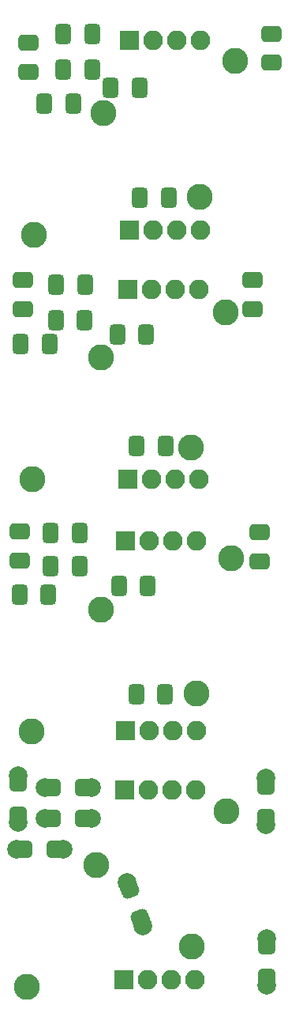
<source format=gbr>
%TF.GenerationSoftware,KiCad,Pcbnew,(6.0.11)*%
%TF.CreationDate,2023-08-05T14:41:11-05:00*%
%TF.ProjectId,SerialResonantFilter,53657269-616c-4526-9573-6f6e616e7446,rev?*%
%TF.SameCoordinates,Original*%
%TF.FileFunction,Soldermask,Top*%
%TF.FilePolarity,Negative*%
%FSLAX46Y46*%
G04 Gerber Fmt 4.6, Leading zero omitted, Abs format (unit mm)*
G04 Created by KiCad (PCBNEW (6.0.11)) date 2023-08-05 14:41:11*
%MOMM*%
%LPD*%
G01*
G04 APERTURE LIST*
G04 Aperture macros list*
%AMRoundRect*
0 Rectangle with rounded corners*
0 $1 Rounding radius*
0 $2 $3 $4 $5 $6 $7 $8 $9 X,Y pos of 4 corners*
0 Add a 4 corners polygon primitive as box body*
4,1,4,$2,$3,$4,$5,$6,$7,$8,$9,$2,$3,0*
0 Add four circle primitives for the rounded corners*
1,1,$1+$1,$2,$3*
1,1,$1+$1,$4,$5*
1,1,$1+$1,$6,$7*
1,1,$1+$1,$8,$9*
0 Add four rect primitives between the rounded corners*
20,1,$1+$1,$2,$3,$4,$5,0*
20,1,$1+$1,$4,$5,$6,$7,0*
20,1,$1+$1,$6,$7,$8,$9,0*
20,1,$1+$1,$8,$9,$2,$3,0*%
G04 Aperture macros list end*
%ADD10RoundRect,0.581000X-0.381000X0.381000X-0.381000X-0.381000X0.381000X-0.381000X0.381000X0.381000X0*%
%ADD11C,2.000000*%
%ADD12RoundRect,0.581000X0.381000X0.381000X-0.381000X0.381000X-0.381000X-0.381000X0.381000X-0.381000X0*%
%ADD13RoundRect,0.581000X-0.488333X0.227713X-0.227713X-0.488333X0.488333X-0.227713X0.227713X0.488333X0*%
%ADD14C,2.800000*%
%ADD15O,2.100000X2.100000*%
%ADD16RoundRect,0.200000X0.850000X-0.850000X0.850000X0.850000X-0.850000X0.850000X-0.850000X-0.850000X0*%
%ADD17RoundRect,0.450000X-0.412500X-0.650000X0.412500X-0.650000X0.412500X0.650000X-0.412500X0.650000X0*%
%ADD18RoundRect,0.450000X0.412500X0.650000X-0.412500X0.650000X-0.412500X-0.650000X0.412500X-0.650000X0*%
%ADD19RoundRect,0.450000X-0.650000X0.412500X-0.650000X-0.412500X0.650000X-0.412500X0.650000X0.412500X0*%
G04 APERTURE END LIST*
D10*
%TO.C,C28*%
X145125000Y-143055000D03*
D11*
X145125000Y-143855000D03*
D10*
X145125000Y-139655000D03*
D11*
X145125000Y-138855000D03*
%TD*%
%TO.C,C27*%
X123271000Y-129275000D03*
D12*
X122471000Y-129275000D03*
D11*
X118271000Y-129275000D03*
D12*
X119071000Y-129275000D03*
%TD*%
D11*
%TO.C,C26*%
X130129000Y-132831000D03*
D13*
X130402616Y-133582754D03*
D11*
X131839101Y-137529463D03*
D13*
X131565485Y-136777709D03*
%TD*%
D11*
%TO.C,C25*%
X118445000Y-121441000D03*
D10*
X118445000Y-122241000D03*
D11*
X118445000Y-126441000D03*
D10*
X118445000Y-125641000D03*
%TD*%
D12*
%TO.C,C24*%
X122119000Y-122671000D03*
D11*
X121319000Y-122671000D03*
D12*
X125519000Y-122671000D03*
D11*
X126319000Y-122671000D03*
%TD*%
D12*
%TO.C,C23*%
X122119000Y-125973000D03*
D11*
X121319000Y-125973000D03*
D12*
X125519000Y-125973000D03*
D11*
X126319000Y-125973000D03*
%TD*%
%TO.C,C22*%
X145045000Y-121715000D03*
D10*
X145045000Y-122515000D03*
D11*
X145045000Y-126715000D03*
D10*
X145045000Y-125915000D03*
%TD*%
D14*
%TO.C,L8*%
X126827000Y-130966705D03*
X119444583Y-144013425D03*
%TD*%
%TO.C,L7*%
X137081662Y-139723163D03*
X140835790Y-125210289D03*
%TD*%
D15*
%TO.C,J8*%
X137485000Y-143270000D03*
X134945000Y-143270000D03*
X132405000Y-143270000D03*
D16*
X129865000Y-143270000D03*
%TD*%
D15*
%TO.C,J7*%
X137495000Y-122925000D03*
X134955000Y-122925000D03*
X132415000Y-122925000D03*
D16*
X129875000Y-122925000D03*
%TD*%
D14*
%TO.C,L6*%
X127413338Y-76684292D03*
X120030921Y-89731012D03*
%TD*%
%TO.C,L5*%
X140774128Y-71789876D03*
X137020000Y-86302750D03*
%TD*%
D16*
%TO.C,J6*%
X130290838Y-89699587D03*
D15*
X132830838Y-89699587D03*
X135370838Y-89699587D03*
X137910838Y-89699587D03*
%TD*%
D16*
%TO.C,J5*%
X130290838Y-69404587D03*
D15*
X132830838Y-69404587D03*
X135370838Y-69404587D03*
X137910838Y-69404587D03*
%TD*%
D17*
%TO.C,C21*%
X131184838Y-86168587D03*
X134309838Y-86168587D03*
%TD*%
D18*
%TO.C,C20*%
X121863838Y-75246587D03*
X118738838Y-75246587D03*
%TD*%
D17*
%TO.C,C19*%
X129114338Y-74230587D03*
X132239338Y-74230587D03*
%TD*%
D19*
%TO.C,C18*%
X119031338Y-68350087D03*
X119031338Y-71475087D03*
%TD*%
D18*
%TO.C,C17*%
X125673838Y-68896587D03*
X122548838Y-68896587D03*
%TD*%
%TO.C,C16*%
X125635338Y-72706587D03*
X122510338Y-72706587D03*
%TD*%
D19*
%TO.C,C15*%
X143669338Y-68350087D03*
X143669338Y-71475087D03*
%TD*%
D15*
%TO.C,J4*%
X137583338Y-116648587D03*
X135043338Y-116648587D03*
X132503338Y-116648587D03*
D16*
X129963338Y-116648587D03*
%TD*%
D15*
%TO.C,J3*%
X137583338Y-96303587D03*
X135043338Y-96303587D03*
X132503338Y-96303587D03*
D16*
X129963338Y-96303587D03*
%TD*%
D14*
%TO.C,L4*%
X119950921Y-116684800D03*
X127333338Y-103638080D03*
%TD*%
%TO.C,L1*%
X141360938Y-98147039D03*
X137606810Y-112659913D03*
%TD*%
D17*
%TO.C,C14*%
X131146338Y-112711587D03*
X134271338Y-112711587D03*
%TD*%
D18*
%TO.C,C13*%
X121736838Y-102043587D03*
X118611838Y-102043587D03*
%TD*%
D17*
%TO.C,C12*%
X129279838Y-101154587D03*
X132404838Y-101154587D03*
%TD*%
D19*
%TO.C,C11*%
X118650338Y-95312587D03*
X118650338Y-98437587D03*
%TD*%
D18*
%TO.C,C10*%
X125077338Y-95439587D03*
X121952338Y-95439587D03*
%TD*%
%TO.C,C9*%
X125077338Y-98995587D03*
X121952338Y-98995587D03*
%TD*%
D19*
%TO.C,C8*%
X144431338Y-95401087D03*
X144431338Y-98526087D03*
%TD*%
%TO.C,C1*%
X145623338Y-41982087D03*
X145623338Y-45107087D03*
%TD*%
D18*
%TO.C,C2*%
X126435838Y-42044587D03*
X123310838Y-42044587D03*
%TD*%
%TO.C,C3*%
X126435838Y-45794587D03*
X123310838Y-45794587D03*
%TD*%
D19*
%TO.C,C4*%
X119623338Y-42982087D03*
X119623338Y-46107087D03*
%TD*%
D18*
%TO.C,C5*%
X124435838Y-49474587D03*
X121310838Y-49474587D03*
%TD*%
D17*
%TO.C,C6*%
X131560838Y-59544587D03*
X134685838Y-59544587D03*
%TD*%
D14*
%TO.C,L2*%
X141741938Y-44934039D03*
X137987810Y-59446913D03*
%TD*%
%TO.C,L3*%
X127593338Y-50459705D03*
X120210921Y-63506425D03*
%TD*%
D16*
%TO.C,J1*%
X130461338Y-63054587D03*
D15*
X133001338Y-63054587D03*
X135541338Y-63054587D03*
X138081338Y-63054587D03*
%TD*%
D16*
%TO.C,J2*%
X130461338Y-42734587D03*
D15*
X133001338Y-42734587D03*
X135541338Y-42734587D03*
X138081338Y-42734587D03*
%TD*%
D17*
%TO.C,C7*%
X131515838Y-47814587D03*
X128390838Y-47814587D03*
%TD*%
M02*

</source>
